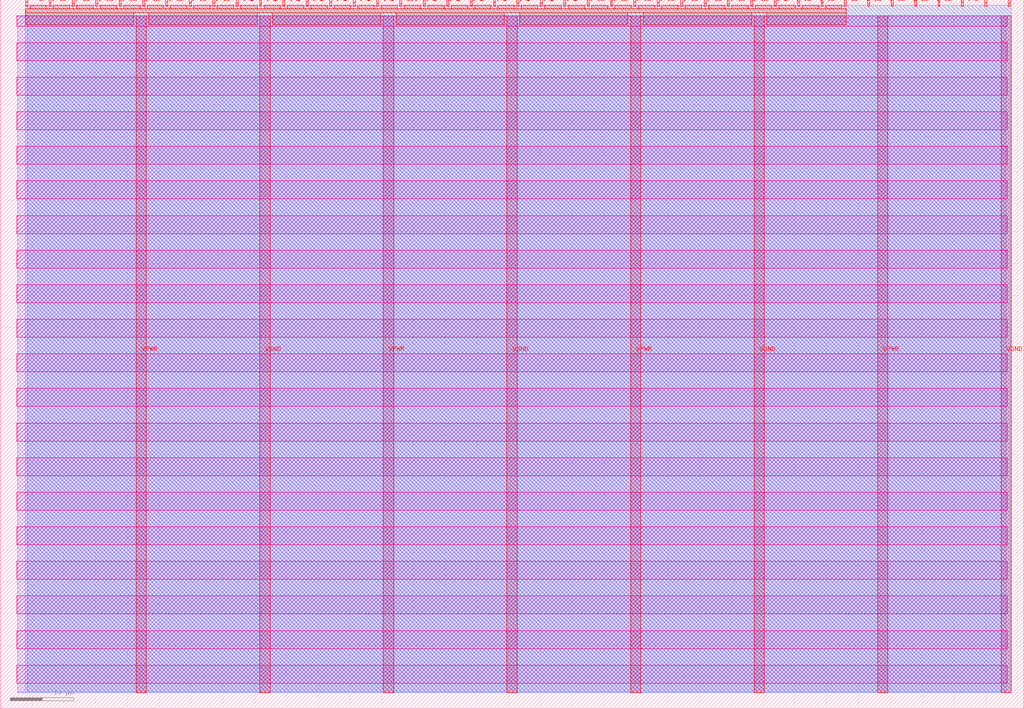
<source format=lef>
VERSION 5.7 ;
  NOWIREEXTENSIONATPIN ON ;
  DIVIDERCHAR "/" ;
  BUSBITCHARS "[]" ;
MACRO tt_um_wokwi_395054823837887489
  CLASS BLOCK ;
  FOREIGN tt_um_wokwi_395054823837887489 ;
  ORIGIN 0.000 0.000 ;
  SIZE 161.000 BY 111.520 ;
  PIN VGND
    DIRECTION INOUT ;
    USE GROUND ;
    PORT
      LAYER met4 ;
        RECT 40.830 2.480 42.430 109.040 ;
    END
    PORT
      LAYER met4 ;
        RECT 79.700 2.480 81.300 109.040 ;
    END
    PORT
      LAYER met4 ;
        RECT 118.570 2.480 120.170 109.040 ;
    END
    PORT
      LAYER met4 ;
        RECT 157.440 2.480 159.040 109.040 ;
    END
  END VGND
  PIN VPWR
    DIRECTION INOUT ;
    USE POWER ;
    PORT
      LAYER met4 ;
        RECT 21.395 2.480 22.995 109.040 ;
    END
    PORT
      LAYER met4 ;
        RECT 60.265 2.480 61.865 109.040 ;
    END
    PORT
      LAYER met4 ;
        RECT 99.135 2.480 100.735 109.040 ;
    END
    PORT
      LAYER met4 ;
        RECT 138.005 2.480 139.605 109.040 ;
    END
  END VPWR
  PIN clk
    DIRECTION INPUT ;
    USE SIGNAL ;
    PORT
      LAYER met4 ;
        RECT 154.870 110.520 155.170 111.520 ;
    END
  END clk
  PIN ena
    DIRECTION INPUT ;
    USE SIGNAL ;
    PORT
      LAYER met4 ;
        RECT 158.550 110.520 158.850 111.520 ;
    END
  END ena
  PIN rst_n
    DIRECTION INPUT ;
    USE SIGNAL ;
    PORT
      LAYER met4 ;
        RECT 151.190 110.520 151.490 111.520 ;
    END
  END rst_n
  PIN ui_in[0]
    DIRECTION INPUT ;
    USE SIGNAL ;
    PORT
      LAYER met4 ;
        RECT 147.510 110.520 147.810 111.520 ;
    END
  END ui_in[0]
  PIN ui_in[1]
    DIRECTION INPUT ;
    USE SIGNAL ;
    PORT
      LAYER met4 ;
        RECT 143.830 110.520 144.130 111.520 ;
    END
  END ui_in[1]
  PIN ui_in[2]
    DIRECTION INPUT ;
    USE SIGNAL ;
    PORT
      LAYER met4 ;
        RECT 140.150 110.520 140.450 111.520 ;
    END
  END ui_in[2]
  PIN ui_in[3]
    DIRECTION INPUT ;
    USE SIGNAL ;
    PORT
      LAYER met4 ;
        RECT 136.470 110.520 136.770 111.520 ;
    END
  END ui_in[3]
  PIN ui_in[4]
    DIRECTION INPUT ;
    USE SIGNAL ;
    ANTENNAGATEAREA 0.196500 ;
    PORT
      LAYER met4 ;
        RECT 132.790 110.520 133.090 111.520 ;
    END
  END ui_in[4]
  PIN ui_in[5]
    DIRECTION INPUT ;
    USE SIGNAL ;
    ANTENNAGATEAREA 0.196500 ;
    PORT
      LAYER met4 ;
        RECT 129.110 110.520 129.410 111.520 ;
    END
  END ui_in[5]
  PIN ui_in[6]
    DIRECTION INPUT ;
    USE SIGNAL ;
    ANTENNAGATEAREA 0.213000 ;
    PORT
      LAYER met4 ;
        RECT 125.430 110.520 125.730 111.520 ;
    END
  END ui_in[6]
  PIN ui_in[7]
    DIRECTION INPUT ;
    USE SIGNAL ;
    ANTENNAGATEAREA 0.213000 ;
    PORT
      LAYER met4 ;
        RECT 121.750 110.520 122.050 111.520 ;
    END
  END ui_in[7]
  PIN uio_in[0]
    DIRECTION INPUT ;
    USE SIGNAL ;
    PORT
      LAYER met4 ;
        RECT 118.070 110.520 118.370 111.520 ;
    END
  END uio_in[0]
  PIN uio_in[1]
    DIRECTION INPUT ;
    USE SIGNAL ;
    PORT
      LAYER met4 ;
        RECT 114.390 110.520 114.690 111.520 ;
    END
  END uio_in[1]
  PIN uio_in[2]
    DIRECTION INPUT ;
    USE SIGNAL ;
    PORT
      LAYER met4 ;
        RECT 110.710 110.520 111.010 111.520 ;
    END
  END uio_in[2]
  PIN uio_in[3]
    DIRECTION INPUT ;
    USE SIGNAL ;
    PORT
      LAYER met4 ;
        RECT 107.030 110.520 107.330 111.520 ;
    END
  END uio_in[3]
  PIN uio_in[4]
    DIRECTION INPUT ;
    USE SIGNAL ;
    PORT
      LAYER met4 ;
        RECT 103.350 110.520 103.650 111.520 ;
    END
  END uio_in[4]
  PIN uio_in[5]
    DIRECTION INPUT ;
    USE SIGNAL ;
    PORT
      LAYER met4 ;
        RECT 99.670 110.520 99.970 111.520 ;
    END
  END uio_in[5]
  PIN uio_in[6]
    DIRECTION INPUT ;
    USE SIGNAL ;
    PORT
      LAYER met4 ;
        RECT 95.990 110.520 96.290 111.520 ;
    END
  END uio_in[6]
  PIN uio_in[7]
    DIRECTION INPUT ;
    USE SIGNAL ;
    PORT
      LAYER met4 ;
        RECT 92.310 110.520 92.610 111.520 ;
    END
  END uio_in[7]
  PIN uio_oe[0]
    DIRECTION OUTPUT TRISTATE ;
    USE SIGNAL ;
    PORT
      LAYER met4 ;
        RECT 29.750 110.520 30.050 111.520 ;
    END
  END uio_oe[0]
  PIN uio_oe[1]
    DIRECTION OUTPUT TRISTATE ;
    USE SIGNAL ;
    PORT
      LAYER met4 ;
        RECT 26.070 110.520 26.370 111.520 ;
    END
  END uio_oe[1]
  PIN uio_oe[2]
    DIRECTION OUTPUT TRISTATE ;
    USE SIGNAL ;
    PORT
      LAYER met4 ;
        RECT 22.390 110.520 22.690 111.520 ;
    END
  END uio_oe[2]
  PIN uio_oe[3]
    DIRECTION OUTPUT TRISTATE ;
    USE SIGNAL ;
    PORT
      LAYER met4 ;
        RECT 18.710 110.520 19.010 111.520 ;
    END
  END uio_oe[3]
  PIN uio_oe[4]
    DIRECTION OUTPUT TRISTATE ;
    USE SIGNAL ;
    PORT
      LAYER met4 ;
        RECT 15.030 110.520 15.330 111.520 ;
    END
  END uio_oe[4]
  PIN uio_oe[5]
    DIRECTION OUTPUT TRISTATE ;
    USE SIGNAL ;
    PORT
      LAYER met4 ;
        RECT 11.350 110.520 11.650 111.520 ;
    END
  END uio_oe[5]
  PIN uio_oe[6]
    DIRECTION OUTPUT TRISTATE ;
    USE SIGNAL ;
    PORT
      LAYER met4 ;
        RECT 7.670 110.520 7.970 111.520 ;
    END
  END uio_oe[6]
  PIN uio_oe[7]
    DIRECTION OUTPUT TRISTATE ;
    USE SIGNAL ;
    PORT
      LAYER met4 ;
        RECT 3.990 110.520 4.290 111.520 ;
    END
  END uio_oe[7]
  PIN uio_out[0]
    DIRECTION OUTPUT TRISTATE ;
    USE SIGNAL ;
    PORT
      LAYER met4 ;
        RECT 59.190 110.520 59.490 111.520 ;
    END
  END uio_out[0]
  PIN uio_out[1]
    DIRECTION OUTPUT TRISTATE ;
    USE SIGNAL ;
    PORT
      LAYER met4 ;
        RECT 55.510 110.520 55.810 111.520 ;
    END
  END uio_out[1]
  PIN uio_out[2]
    DIRECTION OUTPUT TRISTATE ;
    USE SIGNAL ;
    PORT
      LAYER met4 ;
        RECT 51.830 110.520 52.130 111.520 ;
    END
  END uio_out[2]
  PIN uio_out[3]
    DIRECTION OUTPUT TRISTATE ;
    USE SIGNAL ;
    PORT
      LAYER met4 ;
        RECT 48.150 110.520 48.450 111.520 ;
    END
  END uio_out[3]
  PIN uio_out[4]
    DIRECTION OUTPUT TRISTATE ;
    USE SIGNAL ;
    PORT
      LAYER met4 ;
        RECT 44.470 110.520 44.770 111.520 ;
    END
  END uio_out[4]
  PIN uio_out[5]
    DIRECTION OUTPUT TRISTATE ;
    USE SIGNAL ;
    PORT
      LAYER met4 ;
        RECT 40.790 110.520 41.090 111.520 ;
    END
  END uio_out[5]
  PIN uio_out[6]
    DIRECTION OUTPUT TRISTATE ;
    USE SIGNAL ;
    PORT
      LAYER met4 ;
        RECT 37.110 110.520 37.410 111.520 ;
    END
  END uio_out[6]
  PIN uio_out[7]
    DIRECTION OUTPUT TRISTATE ;
    USE SIGNAL ;
    PORT
      LAYER met4 ;
        RECT 33.430 110.520 33.730 111.520 ;
    END
  END uio_out[7]
  PIN uo_out[0]
    DIRECTION OUTPUT TRISTATE ;
    USE SIGNAL ;
    PORT
      LAYER met4 ;
        RECT 88.630 110.520 88.930 111.520 ;
    END
  END uo_out[0]
  PIN uo_out[1]
    DIRECTION OUTPUT TRISTATE ;
    USE SIGNAL ;
    ANTENNADIFFAREA 0.445500 ;
    PORT
      LAYER met4 ;
        RECT 84.950 110.520 85.250 111.520 ;
    END
  END uo_out[1]
  PIN uo_out[2]
    DIRECTION OUTPUT TRISTATE ;
    USE SIGNAL ;
    PORT
      LAYER met4 ;
        RECT 81.270 110.520 81.570 111.520 ;
    END
  END uo_out[2]
  PIN uo_out[3]
    DIRECTION OUTPUT TRISTATE ;
    USE SIGNAL ;
    PORT
      LAYER met4 ;
        RECT 77.590 110.520 77.890 111.520 ;
    END
  END uo_out[3]
  PIN uo_out[4]
    DIRECTION OUTPUT TRISTATE ;
    USE SIGNAL ;
    ANTENNADIFFAREA 0.795200 ;
    PORT
      LAYER met4 ;
        RECT 73.910 110.520 74.210 111.520 ;
    END
  END uo_out[4]
  PIN uo_out[5]
    DIRECTION OUTPUT TRISTATE ;
    USE SIGNAL ;
    ANTENNADIFFAREA 0.795200 ;
    PORT
      LAYER met4 ;
        RECT 70.230 110.520 70.530 111.520 ;
    END
  END uo_out[5]
  PIN uo_out[6]
    DIRECTION OUTPUT TRISTATE ;
    USE SIGNAL ;
    ANTENNADIFFAREA 0.795200 ;
    PORT
      LAYER met4 ;
        RECT 66.550 110.520 66.850 111.520 ;
    END
  END uo_out[6]
  PIN uo_out[7]
    DIRECTION OUTPUT TRISTATE ;
    USE SIGNAL ;
    ANTENNADIFFAREA 0.795200 ;
    PORT
      LAYER met4 ;
        RECT 62.870 110.520 63.170 111.520 ;
    END
  END uo_out[7]
  OBS
      LAYER nwell ;
        RECT 2.570 107.385 158.430 108.990 ;
        RECT 2.570 101.945 158.430 104.775 ;
        RECT 2.570 96.505 158.430 99.335 ;
        RECT 2.570 91.065 158.430 93.895 ;
        RECT 2.570 85.625 158.430 88.455 ;
        RECT 2.570 80.185 158.430 83.015 ;
        RECT 2.570 74.745 158.430 77.575 ;
        RECT 2.570 69.305 158.430 72.135 ;
        RECT 2.570 63.865 158.430 66.695 ;
        RECT 2.570 58.425 158.430 61.255 ;
        RECT 2.570 52.985 158.430 55.815 ;
        RECT 2.570 47.545 158.430 50.375 ;
        RECT 2.570 42.105 158.430 44.935 ;
        RECT 2.570 36.665 158.430 39.495 ;
        RECT 2.570 31.225 158.430 34.055 ;
        RECT 2.570 25.785 158.430 28.615 ;
        RECT 2.570 20.345 158.430 23.175 ;
        RECT 2.570 14.905 158.430 17.735 ;
        RECT 2.570 9.465 158.430 12.295 ;
        RECT 2.570 4.025 158.430 6.855 ;
      LAYER li1 ;
        RECT 2.760 2.635 158.240 108.885 ;
      LAYER met1 ;
        RECT 2.760 2.480 159.040 109.040 ;
      LAYER met2 ;
        RECT 4.230 2.535 159.010 110.685 ;
      LAYER met3 ;
        RECT 3.950 2.555 159.030 110.665 ;
      LAYER met4 ;
        RECT 4.690 110.120 7.270 110.665 ;
        RECT 8.370 110.120 10.950 110.665 ;
        RECT 12.050 110.120 14.630 110.665 ;
        RECT 15.730 110.120 18.310 110.665 ;
        RECT 19.410 110.120 21.990 110.665 ;
        RECT 23.090 110.120 25.670 110.665 ;
        RECT 26.770 110.120 29.350 110.665 ;
        RECT 30.450 110.120 33.030 110.665 ;
        RECT 34.130 110.120 36.710 110.665 ;
        RECT 37.810 110.120 40.390 110.665 ;
        RECT 41.490 110.120 44.070 110.665 ;
        RECT 45.170 110.120 47.750 110.665 ;
        RECT 48.850 110.120 51.430 110.665 ;
        RECT 52.530 110.120 55.110 110.665 ;
        RECT 56.210 110.120 58.790 110.665 ;
        RECT 59.890 110.120 62.470 110.665 ;
        RECT 63.570 110.120 66.150 110.665 ;
        RECT 67.250 110.120 69.830 110.665 ;
        RECT 70.930 110.120 73.510 110.665 ;
        RECT 74.610 110.120 77.190 110.665 ;
        RECT 78.290 110.120 80.870 110.665 ;
        RECT 81.970 110.120 84.550 110.665 ;
        RECT 85.650 110.120 88.230 110.665 ;
        RECT 89.330 110.120 91.910 110.665 ;
        RECT 93.010 110.120 95.590 110.665 ;
        RECT 96.690 110.120 99.270 110.665 ;
        RECT 100.370 110.120 102.950 110.665 ;
        RECT 104.050 110.120 106.630 110.665 ;
        RECT 107.730 110.120 110.310 110.665 ;
        RECT 111.410 110.120 113.990 110.665 ;
        RECT 115.090 110.120 117.670 110.665 ;
        RECT 118.770 110.120 121.350 110.665 ;
        RECT 122.450 110.120 125.030 110.665 ;
        RECT 126.130 110.120 128.710 110.665 ;
        RECT 129.810 110.120 132.390 110.665 ;
        RECT 3.975 109.440 133.105 110.120 ;
        RECT 3.975 107.615 20.995 109.440 ;
        RECT 23.395 107.615 40.430 109.440 ;
        RECT 42.830 107.615 59.865 109.440 ;
        RECT 62.265 107.615 79.300 109.440 ;
        RECT 81.700 107.615 98.735 109.440 ;
        RECT 101.135 107.615 118.170 109.440 ;
        RECT 120.570 107.615 133.105 109.440 ;
  END
END tt_um_wokwi_395054823837887489
END LIBRARY


</source>
